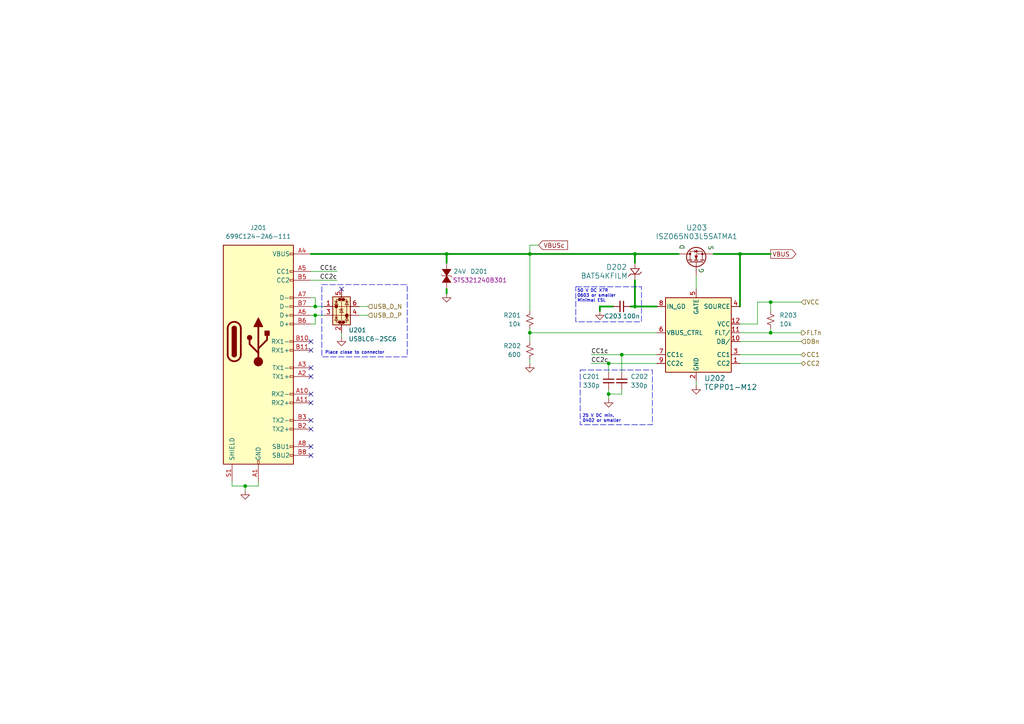
<source format=kicad_sch>
(kicad_sch (version 20250114) (generator "eeschema") (generator_version "9.0")
  (paper "A4")
  (lib_symbols
    (symbol "BAT54KFILM:BAT54KFILM" (pin_numbers (hide yes)) (pin_names (offset 0.254) (hide yes))
      (property "Reference" "D" (at 12.7 7.62 0))
      (property "Value" "BAT54KFILM" (at 4.064 7.62 0))
      (symbol "BAT54KFILM_0_1"
        (polyline (pts (xy 1.1194 1.8962) (xy 1.7544 1.2612)) (stroke (width 0.2032)))
        (polyline (pts (xy 1.27 0) (xy 1.8477 0)))
        (polyline (pts (xy 1.7544 1.2612) (xy 1.7544 -1.2788)) (stroke (width 0.2032)))
        (polyline (pts (xy 1.7544 -0.0088) (xy 3.3117 -1.2732)) (stroke (width 0.2032)))
        (polyline (pts (xy 1.7544 -1.2788) (xy 2.3894 -1.9138)) (stroke (width 0.2032)))
        (polyline (pts (xy 3.3117 1.2269) (xy 1.7544 -0.0088)) (stroke (width 0.2032)))
        (polyline (pts (xy 3.3548 -1.3019) (xy 3.3548 1.2381)) (stroke (width 0.2032)))
        (polyline (pts (xy 3.81 0) (xy 3.3578 0)))
      )
      (symbol "BAT54KFILM_1_1"
        (pin passive line (at 0 0 0) (length 1.27) (name "") (number "1"))
        (pin passive line (at 5.08 0 180) (length 1.27) (name "") (number "2"))
      )
    )
    (symbol "Connector:USB_C_Receptacle" (pin_names (offset 1.016))
      (property "Reference" "J" (at -10.16 29.21 0))
      (property "Value" "USB_C_Receptacle" (at 10.16 29.21 0))
      (symbol "USB_C_Receptacle_0_0"
        (rectangle (start -0.254 -35.56) (end 0.254 -34.544))
        (rectangle (start 10.16 25.654) (end 9.144 25.146))
        (rectangle (start 10.16 20.574) (end 9.144 20.066))
        (rectangle (start 10.16 18.034) (end 9.144 17.526))
        (rectangle (start 10.16 12.954) (end 9.144 12.446))
        (rectangle (start 10.16 10.414) (end 9.144 9.906))
        (rectangle (start 10.16 7.874) (end 9.144 7.366))
        (rectangle (start 10.16 5.334) (end 9.144 4.826))
        (rectangle (start 10.16 0.254) (end 9.144 -0.254))
        (rectangle (start 10.16 -2.286) (end 9.144 -2.794))
        (rectangle (start 10.16 -7.366) (end 9.144 -7.874))
        (rectangle (start 10.16 -9.906) (end 9.144 -10.414))
        (rectangle (start 10.16 -14.986) (end 9.144 -15.494))
        (rectangle (start 10.16 -17.526) (end 9.144 -18.034))
        (rectangle (start 10.16 -22.606) (end 9.144 -23.114))
        (rectangle (start 10.16 -25.146) (end 9.144 -25.654))
        (rectangle (start 10.16 -30.226) (end 9.144 -30.734))
        (rectangle (start 10.16 -32.766) (end 9.144 -33.274))
      )
      (symbol "USB_C_Receptacle_0_1"
        (rectangle (start -10.16 27.94) (end 10.16 -35.56) (stroke (width 0.254)) (fill (type background)))
        (polyline (pts (xy -8.89 -3.81) (xy -8.89 3.81)) (stroke (width 0.508)))
        (rectangle (start -7.62 -3.81) (end -6.35 3.81) (stroke (width 0.254)) (fill (type outline)))
        (arc (start -7.62 3.81) (mid -6.985 4.4423) (end -6.35 3.81) (stroke (width 0.254)))
        (arc (start -7.62 3.81) (mid -6.985 4.4423) (end -6.35 3.81) (stroke (width 0.254)) (fill (type outline)))
        (arc (start -8.89 3.81) (mid -6.985 5.7067) (end -5.08 3.81) (stroke (width 0.508)))
        (arc (start -5.08 -3.81) (mid -6.985 -5.7067) (end -8.89 -3.81) (stroke (width 0.508)))
        (arc (start -6.35 -3.81) (mid -6.985 -4.4423) (end -7.62 -3.81) (stroke (width 0.254)))
        (arc (start -6.35 -3.81) (mid -6.985 -4.4423) (end -7.62 -3.81) (stroke (width 0.254)) (fill (type outline)))
        (polyline (pts (xy -5.08 3.81) (xy -5.08 -3.81)) (stroke (width 0.508)))
      )
      (symbol "USB_C_Receptacle_1_1"
        (circle (center -2.54 1.143) (radius 0.635) (stroke (width 0.254)) (fill (type outline)))
        (polyline (pts (xy -1.27 4.318) (xy 0 6.858) (xy 1.27 4.318) (xy -1.27 4.318)) (stroke (width 0.254)) (fill (type outline)))
        (polyline (pts (xy 0 -2.032) (xy 2.54 0.508) (xy 2.54 1.778)) (stroke (width 0.508)))
        (polyline (pts (xy 0 -3.302) (xy -2.54 -0.762) (xy -2.54 0.508)) (stroke (width 0.508)))
        (polyline (pts (xy 0 -5.842) (xy 0 4.318)) (stroke (width 0.508)))
        (circle (center 0 -5.842) (radius 1.27) (fill (type outline)))
        (rectangle (start 1.905 1.778) (end 3.175 3.048) (stroke (width 0.254)) (fill (type outline)))
        (pin passive line (at -7.62 -40.64 90) (length 5.08) (name "SHIELD") (number "S1"))
        (pin passive line (at 0 -40.64 90) (length 5.08) (name "GND") (number "A1"))
        (pin passive line (at 0 -40.64 90) (length 5.08) (hide yes) (name "GND") (number "A12"))
        (pin passive line (at 0 -40.64 90) (length 5.08) (hide yes) (name "GND") (number "B1"))
        (pin passive line (at 0 -40.64 90) (length 5.08) (hide yes) (name "GND") (number "B12"))
        (pin passive line (at 15.24 25.4 180) (length 5.08) (name "VBUS") (number "A4"))
        (pin passive line (at 15.24 25.4 180) (length 5.08) (hide yes) (name "VBUS") (number "A9"))
        (pin passive line (at 15.24 25.4 180) (length 5.08) (hide yes) (name "VBUS") (number "B4"))
        (pin passive line (at 15.24 25.4 180) (length 5.08) (hide yes) (name "VBUS") (number "B9"))
        (pin bidirectional line (at 15.24 20.32 180) (length 5.08) (name "CC1") (number "A5"))
        (pin bidirectional line (at 15.24 17.78 180) (length 5.08) (name "CC2") (number "B5"))
        (pin bidirectional line (at 15.24 12.7 180) (length 5.08) (name "D-") (number "A7"))
        (pin bidirectional line (at 15.24 10.16 180) (length 5.08) (name "D-") (number "B7"))
        (pin bidirectional line (at 15.24 7.62 180) (length 5.08) (name "D+") (number "A6"))
        (pin bidirectional line (at 15.24 5.08 180) (length 5.08) (name "D+") (number "B6"))
        (pin bidirectional line (at 15.24 0 180) (length 5.08) (name "RX1-") (number "B10"))
        (pin bidirectional line (at 15.24 -2.54 180) (length 5.08) (name "RX1+") (number "B11"))
        (pin bidirectional line (at 15.24 -7.62 180) (length 5.08) (name "TX1-") (number "A3"))
        (pin bidirectional line (at 15.24 -10.16 180) (length 5.08) (name "TX1+") (number "A2"))
        (pin bidirectional line (at 15.24 -15.24 180) (length 5.08) (name "RX2-") (number "A10"))
        (pin bidirectional line (at 15.24 -17.78 180) (length 5.08) (name "RX2+") (number "A11"))
        (pin bidirectional line (at 15.24 -22.86 180) (length 5.08) (name "TX2-") (number "B3"))
        (pin bidirectional line (at 15.24 -25.4 180) (length 5.08) (name "TX2+") (number "B2"))
        (pin bidirectional line (at 15.24 -30.48 180) (length 5.08) (name "SBU1") (number "A8"))
        (pin bidirectional line (at 15.24 -33.02 180) (length 5.08) (name "SBU2") (number "B8"))
      )
    )
    (symbol "Device:C_Small" (pin_numbers (hide yes)) (pin_names (offset 0.254) (hide yes))
      (property "Reference" "C" (at 0.254 1.778 0))
      (property "Value" "C_Small" (at 0.254 -2.032 0))
      (symbol "C_Small_0_1"
        (polyline (pts (xy -1.524 0.508) (xy 1.524 0.508)) (stroke (width 0.3048)))
        (polyline (pts (xy -1.524 -0.508) (xy 1.524 -0.508)) (stroke (width 0.3302)))
      )
      (symbol "C_Small_1_1"
        (pin passive line (at 0 2.54 270) (length 2.032) (name "~") (number "1"))
        (pin passive line (at 0 -2.54 90) (length 2.032) (name "~") (number "2"))
      )
    )
    (symbol "Device:R_Small_US" (pin_numbers (hide yes)) (pin_names (offset 0.254) (hide yes))
      (property "Reference" "R" (at 0.762 0.508 0))
      (property "Value" "R_Small_US" (at 0.762 -1.016 0))
      (symbol "R_Small_US_1_1"
        (polyline (pts (xy 0 1.524) (xy 1.016 1.143) (xy 0 0.762) (xy -1.016 0.381) (xy 0 0)))
        (polyline (pts (xy 0 0) (xy 1.016 -0.381) (xy 0 -0.762) (xy -1.016 -1.143) (xy 0 -1.524)))
        (pin passive line (at 0 2.54 270) (length 1.016) (name "~") (number "1"))
        (pin passive line (at 0 -2.54 90) (length 1.016) (name "~") (number "2"))
      )
    )
    (symbol "ISZ065N03L5SATMA1:ISZ065N03L5SATMA1" (pin_numbers (hide yes)) (pin_names (offset 0.254) (hide yes))
      (property "Reference" "U" (at 21.082 2.794 0))
      (property "Value" "ISZ065N03L5SATMA1" (at 21.082 0.254 0))
      (symbol "ISZ065N03L5SATMA1_0_1"
        (polyline (pts (xy 4.064 1.905) (xy 4.064 -1.905)) (stroke (width 0.254)))
        (polyline (pts (xy 4.064 0) (xy 1.27 0)))
        (polyline (pts (xy 4.572 2.286) (xy 4.572 1.27)) (stroke (width 0.254)))
        (polyline (pts (xy 4.572 0.508) (xy 4.572 -0.508)) (stroke (width 0.254)))
        (polyline (pts (xy 4.572 -1.27) (xy 4.572 -2.286)) (stroke (width 0.254)))
        (polyline (pts (xy 4.572 -1.778) (xy 7.112 -1.778) (xy 7.112 1.778) (xy 4.572 1.778)))
        (polyline (pts (xy 4.826 0) (xy 5.842 0.381) (xy 5.842 -0.381) (xy 4.826 0)) (fill (type outline)))
        (circle (center 5.461 0) (radius 2.794) (stroke (width 0.254)))
        (polyline (pts (xy 6.35 2.54) (xy 6.35 1.778)))
        (circle (center 6.35 1.778) (radius 0.254) (fill (type outline)))
        (circle (center 6.35 -1.778) (radius 0.254) (fill (type outline)))
        (polyline (pts (xy 6.35 -2.54) (xy 6.35 0) (xy 4.572 0)))
        (polyline (pts (xy 7.112 0.381) (xy 6.731 -0.254) (xy 7.493 -0.254) (xy 7.112 0.381)) (fill (type outline)))
      )
      (symbol "ISZ065N03L5SATMA1_1_1"
        (polyline (pts (xy 6.7149 0.4191) (xy 7.5194 0.4191)))
        (text "G" (at 1.524 -1.524 0) (effects (font (size 1.27 1.27))))
        (text "S" (at 8.128 -4.318 0) (effects (font (size 1.27 1.27))))
        (text "D" (at 8.382 4.064 0) (effects (font (size 1.27 1.27))))
        (pin passive line (at 0 0 0) (length 2.54) (name "") (number "4"))
        (pin passive line (at 6.35 5.08 270) (length 2.54) (name "D") (number "5"))
        (pin passive line (at 6.35 5.08 270) (length 2.54) (hide yes) (name "D") (number "6"))
        (pin passive line (at 6.35 5.08 270) (length 2.54) (hide yes) (name "D") (number "7"))
        (pin passive line (at 6.35 5.08 270) (length 2.54) (hide yes) (name "D") (number "8"))
        (pin passive line (at 6.35 -5.08 90) (length 2.54) (name "") (number "1"))
        (pin passive line (at 6.35 -5.08 90) (length 2.54) (hide yes) (name "") (number "2"))
        (pin passive line (at 6.35 -5.08 90) (length 2.54) (hide yes) (name "") (number "3"))
      )
    )
    (symbol "Power_Protection:USBLC6-2SC6" (pin_names (hide yes))
      (property "Reference" "U" (at 0.635 5.715 0))
      (property "Value" "USBLC6-2SC6" (at 0.635 3.81 0))
      (symbol "USBLC6-2SC6_0_0"
        (circle (center -1.524 0) (radius 0.0001) (stroke (width 0.508)))
        (circle (center -0.508 2.032) (radius 0.0001) (stroke (width 0.508)))
        (circle (center -0.508 -4.572) (radius 0.0001) (stroke (width 0.508)))
        (circle (center 0.508 2.032) (radius 0.0001) (stroke (width 0.508)))
        (circle (center 0.508 -4.572) (radius 0.0001) (stroke (width 0.508)))
        (circle (center 1.524 -2.54) (radius 0.0001) (stroke (width 0.508)))
      )
      (symbol "USBLC6-2SC6_0_1"
        (polyline (pts (xy -2.54 0) (xy 2.54 0)))
        (polyline (pts (xy -2.54 -2.54) (xy 2.54 -2.54)))
        (polyline (pts (xy -2.032 0.508) (xy -1.016 0.508) (xy -1.524 1.524) (xy -2.032 0.508)))
        (polyline (pts (xy -2.032 -3.048) (xy -1.016 -3.048)))
        (polyline (pts (xy -1.016 1.524) (xy -2.032 1.524)))
        (polyline (pts (xy -1.016 -4.064) (xy -2.032 -4.064) (xy -1.524 -3.048) (xy -1.016 -4.064)))
        (polyline (pts (xy -0.508 -1.143) (xy -0.508 -0.762) (xy 0.508 -0.762)))
        (polyline (pts (xy 0 2.54) (xy -0.508 2.032) (xy 0.508 2.032) (xy 0 1.524) (xy 0 -4.064) (xy -0.508 -4.572) (xy 0.508 -4.572) (xy 0 -5.08)))
        (polyline (pts (xy 0.508 -1.778) (xy -0.508 -1.778) (xy 0 -0.762) (xy 0.508 -1.778)))
        (polyline (pts (xy 1.016 1.524) (xy 2.032 1.524)))
        (polyline (pts (xy 1.016 -3.048) (xy 2.032 -3.048)))
        (polyline (pts (xy 2.032 0.508) (xy 1.016 0.508) (xy 1.524 1.524) (xy 2.032 0.508)))
        (polyline (pts (xy 2.032 -4.064) (xy 1.016 -4.064) (xy 1.524 -3.048) (xy 2.032 -4.064)))
      )
      (symbol "USBLC6-2SC6_1_1"
        (rectangle (start -2.54 2.794) (end 2.54 -5.334) (stroke (width 0.254)) (fill (type background)))
        (polyline (pts (xy -0.508 2.032) (xy -1.524 2.032) (xy -1.524 -4.572) (xy -0.508 -4.572)))
        (polyline (pts (xy 0.508 -4.572) (xy 1.524 -4.572) (xy 1.524 2.032) (xy 0.508 2.032)))
        (pin passive line (at -5.08 0 0) (length 2.54) (name "I/O1") (number "1"))
        (pin passive line (at -5.08 -2.54 0) (length 2.54) (name "I/O2") (number "3"))
        (pin passive line (at 0 5.08 270) (length 2.54) (name "VBUS") (number "5"))
        (pin passive line (at 0 -7.62 90) (length 2.54) (name "GND") (number "2"))
        (pin passive line (at 5.08 0 180) (length 2.54) (name "I/O1") (number "6"))
        (pin passive line (at 5.08 -2.54 180) (length 2.54) (name "I/O2") (number "4"))
      )
    )
    (symbol "STS321240B301:STS321240B301" (pin_numbers (hide yes))
      (property "Reference" "D" (at 3.81 4.572 0))
      (property "MPN" "STS321240B301" (at 3.556 2.794 0))
      (symbol "STS321240B301_0_1"
        (polyline (pts (xy 3.81 0) (xy 3.8099 1.1653) (xy 3.4009 1.5649)))
        (polyline (pts (xy 3.81 0) (xy 3.8101 -1.1653) (xy 4.2191 -1.5649)))
        (polyline (pts (xy 3.81 0) (xy 1.905 1.27) (xy 1.905 -1.27) (xy 3.81 0)) (fill (type outline)))
        (polyline (pts (xy 3.81 0) (xy 5.715 1.27) (xy 5.715 -1.27) (xy 3.81 0)) (fill (type outline)))
      )
      (symbol "STS321240B301_1_1"
        (pin passive line (at 0 0 0) (length 1.905) (name "") (number "1"))
        (pin passive line (at 7.62 0 180) (length 1.905) (name "") (number "2"))
      )
    )
    (symbol "TCPP01-M12:TCPP01-M12" (pin_names (offset 0.254))
      (property "Reference" "U" (at 21.336 -20.828 0))
      (property "Value" "TCPP01-M12" (at 21.336 -23.368 0))
      (symbol "TCPP01-M12_1_1"
        (rectangle (start 2.54 2.54) (end 21.59 -19.05) (stroke (width 0.254)) (fill (type background)))
        (pin power_out line (at 0 0 0) (length 2.54) (name "IN_GD") (number "8"))
        (pin input line (at 0 -7.62 0) (length 2.54) (name "VBUS_CTRL") (number "6"))
        (pin bidirectional line (at 0 -13.97 0) (length 2.54) (name "CC1c") (number "7"))
        (pin bidirectional line (at 0 -16.51 0) (length 2.54) (name "CC2c") (number "9"))
        (pin output line (at 11.43 5.08 270) (length 2.54) (name "GATE") (number "5"))
        (pin power_out line (at 11.43 -21.59 90) (length 2.54) (hide yes) (name "GND") (number "13"))
        (pin power_out line (at 11.43 -21.59 90) (length 2.54) (name "GND") (number "2"))
        (pin unspecified line (at 24.13 0 180) (length 2.54) (name "SOURCE") (number "4"))
        (pin input line (at 24.13 -5.08 180) (length 2.54) (name "VCC") (number "12"))
        (pin output line (at 24.13 -7.62 180) (length 2.54) (name "FLT/") (number "11"))
        (pin input line (at 24.13 -10.16 180) (length 2.54) (name "DB/") (number "10"))
        (pin bidirectional line (at 24.13 -13.97 180) (length 2.54) (name "CC1") (number "3"))
        (pin bidirectional line (at 24.13 -16.51 180) (length 2.54) (name "CC2") (number "1"))
      )
    )
    (symbol "power:GND" (power) (pin_numbers (hide yes)) (pin_names (offset 0) (hide yes))
      (property "Value" "GND" (at 0 -3.81 0))
      (symbol "GND_0_1"
        (polyline (pts (xy 0 0) (xy 0 -1.27) (xy 1.27 -1.27) (xy 0 -2.54) (xy -1.27 -1.27) (xy 0 -1.27)))
      )
      (symbol "GND_1_1"
        (pin power_in line (at 0 0 270) (length 0) (name "~") (number "1"))
      )
    )
  )
  (rectangle (start 168.275 107.315) (end 189.23 123.19) (stroke (width 0) (type dash)))
  (rectangle (start 167.005 83.185) (end 186.055 93.345) (stroke (width 0) (type dash)))
  (rectangle (start 93.345 82.55) (end 118.11 103.505) (stroke (width 0) (type dash)))
  (text "50 V DC X7R\n0603 or smaller\nMinimal ESL" (at 167.386 85.852 0) (effects (font (size 0.889 0.889)) (justify left)))
  (text "Place close to connector" (at 94.234 102.362 0) (effects (font (size 0.889 0.889)) (justify left)))
  (text "25 V DC min.\n0402 or smaller" (at 168.91 121.412 0) (effects (font (size 0.889 0.889)) (justify left)))
  (junction (at 91.44 91.44))
  (junction (at 223.52 96.52))
  (junction (at 176.53 105.41))
  (junction (at 153.67 96.52))
  (junction (at 153.67 73.66))
  (junction (at 184.15 88.9))
  (junction (at 180.34 102.87))
  (junction (at 91.44 88.9))
  (junction (at 129.54 73.66))
  (junction (at 223.52 87.63))
  (junction (at 184.15 73.66))
  (junction (at 176.53 114.3))
  (junction (at 71.12 140.97))
  (junction (at 214.63 73.66))
  (no_connect (at 90.17 124.46))
  (no_connect (at 90.17 101.6))
  (no_connect (at 90.17 132.08))
  (no_connect (at 90.17 99.06))
  (no_connect (at 99.06 83.82))
  (no_connect (at 90.17 121.92))
  (no_connect (at 90.17 129.54))
  (no_connect (at 90.17 114.3))
  (no_connect (at 90.17 106.68))
  (no_connect (at 90.17 109.22))
  (no_connect (at 90.17 116.84))
  (wire (pts (xy 214.63 105.41) (xy 232.41 105.41)))
  (wire (pts (xy 173.99 88.9) (xy 177.8 88.9)) (stroke (width 0.508)))
  (wire (pts (xy 153.67 95.25) (xy 153.67 96.52)))
  (wire (pts (xy 201.93 110.49) (xy 201.93 111.76)))
  (wire (pts (xy 71.12 140.97) (xy 71.12 142.24)))
  (wire (pts (xy 99.06 96.52) (xy 99.06 97.79)))
  (wire (pts (xy 104.14 91.44) (xy 106.68 91.44)))
  (wire (pts (xy 184.15 81.28) (xy 184.15 88.9)) (stroke (width 0.508)))
  (wire (pts (xy 74.93 139.7) (xy 74.93 140.97)))
  (wire (pts (xy 182.88 88.9) (xy 184.15 88.9)) (stroke (width 0.508)))
  (wire (pts (xy 90.17 78.74) (xy 97.79 78.74)))
  (wire (pts (xy 90.17 91.44) (xy 91.44 91.44)))
  (wire (pts (xy 153.67 73.66) (xy 153.67 90.17)))
  (wire (pts (xy 153.67 71.12) (xy 156.21 71.12)))
  (wire (pts (xy 90.17 81.28) (xy 97.79 81.28)))
  (wire (pts (xy 91.44 88.9) (xy 93.98 88.9)))
  (wire (pts (xy 223.52 87.63) (xy 223.52 90.17)))
  (wire (pts (xy 71.12 140.97) (xy 67.31 140.97)))
  (wire (pts (xy 91.44 91.44) (xy 93.98 91.44)))
  (wire (pts (xy 214.63 96.52) (xy 223.52 96.52)))
  (wire (pts (xy 90.17 73.66) (xy 129.54 73.66)) (stroke (width 0.508)))
  (wire (pts (xy 153.67 104.14) (xy 153.67 105.41)))
  (wire (pts (xy 180.34 102.87) (xy 180.34 107.95)))
  (wire (pts (xy 176.53 105.41) (xy 190.5 105.41)))
  (wire (pts (xy 232.41 87.63) (xy 223.52 87.63)))
  (wire (pts (xy 129.54 83.82) (xy 129.54 85.09)) (stroke (width 0.508)))
  (wire (pts (xy 153.67 96.52) (xy 153.67 99.06)))
  (wire (pts (xy 214.63 73.66) (xy 223.52 73.66)) (stroke (width 0.508)))
  (wire (pts (xy 129.54 73.66) (xy 153.67 73.66)) (stroke (width 0.508)))
  (wire (pts (xy 223.52 87.63) (xy 219.71 87.63)))
  (wire (pts (xy 180.34 113.03) (xy 180.34 114.3)))
  (wire (pts (xy 67.31 140.97) (xy 67.31 139.7)))
  (wire (pts (xy 153.67 96.52) (xy 190.5 96.52)))
  (wire (pts (xy 176.53 113.03) (xy 176.53 114.3)))
  (wire (pts (xy 214.63 99.06) (xy 232.41 99.06)))
  (wire (pts (xy 171.45 105.41) (xy 176.53 105.41)))
  (wire (pts (xy 176.53 105.41) (xy 176.53 107.95)))
  (wire (pts (xy 173.99 90.17) (xy 173.99 88.9)) (stroke (width 0.508)))
  (wire (pts (xy 184.15 73.66) (xy 184.15 76.2)) (stroke (width 0.508)))
  (wire (pts (xy 91.44 86.36) (xy 91.44 88.9)))
  (wire (pts (xy 214.63 88.9) (xy 214.63 73.66)) (stroke (width 0.508)))
  (wire (pts (xy 214.63 102.87) (xy 232.41 102.87)))
  (wire (pts (xy 171.45 102.87) (xy 180.34 102.87)))
  (wire (pts (xy 223.52 96.52) (xy 232.41 96.52)))
  (wire (pts (xy 91.44 93.98) (xy 90.17 93.98)))
  (wire (pts (xy 153.67 73.66) (xy 184.15 73.66)) (stroke (width 0.508)))
  (wire (pts (xy 91.44 91.44) (xy 91.44 93.98)))
  (wire (pts (xy 207.01 73.66) (xy 214.63 73.66)) (stroke (width 0.508)))
  (wire (pts (xy 219.71 93.98) (xy 214.63 93.98)))
  (wire (pts (xy 180.34 102.87) (xy 190.5 102.87)))
  (wire (pts (xy 184.15 88.9) (xy 190.5 88.9)) (stroke (width 0.508)))
  (wire (pts (xy 153.67 71.12) (xy 153.67 73.66)))
  (wire (pts (xy 184.15 73.66) (xy 196.85 73.66)) (stroke (width 0.508)))
  (wire (pts (xy 74.93 140.97) (xy 71.12 140.97)))
  (wire (pts (xy 201.93 80.01) (xy 201.93 83.82)))
  (wire (pts (xy 219.71 87.63) (xy 219.71 93.98)))
  (wire (pts (xy 90.17 88.9) (xy 91.44 88.9)))
  (wire (pts (xy 176.53 114.3) (xy 180.34 114.3)))
  (wire (pts (xy 223.52 95.25) (xy 223.52 96.52)))
  (wire (pts (xy 90.17 86.36) (xy 91.44 86.36)))
  (wire (pts (xy 104.14 88.9) (xy 106.68 88.9)))
  (wire (pts (xy 176.53 114.3) (xy 176.53 115.57)))
  (wire (pts (xy 129.54 73.66) (xy 129.54 76.2)) (stroke (width 0.508)))
  (label "CC2c" (at 97.79 81.28 180))
  (label "CC1c" (at 171.45 102.87 0))
  (label "CC2c" (at 171.45 105.41 0))
  (label "CC1c" (at 97.79 78.74 180))
  (global_label "VBUSc" (shape input) (at 156.21 71.12 0) (property "Intersheetrefs" "${INTERSHEET_REFS}" (effects (hide yes))))
  (global_label "VBUS" (shape output) (at 223.52 73.66 0) (property "Intersheetrefs" "${INTERSHEET_REFS}" (effects (hide yes))))
  (hierarchical_label "USB_D_P" (shape input) (at 106.68 91.44 0))
  (hierarchical_label "DBn" (shape input) (at 232.41 99.06 0))
  (hierarchical_label "VCC" (shape input) (at 232.41 87.63 0))
  (hierarchical_label "FLTn" (shape output) (at 232.41 96.52 0))
  (hierarchical_label "CC2" (shape bidirectional) (at 232.41 105.41 0))
  (hierarchical_label "CC1" (shape bidirectional) (at 232.41 102.87 0))
  (hierarchical_label "USB_D_N" (shape input) (at 106.68 88.9 0))
  (symbol (lib_id "Power_Protection:USBLC6-2SC6") (at 99.06 88.9 0) (unit 1)
    (property "Reference" "U201" (at 101.092 95.758 0) (effects (justify left)))
    (property "Value" "USBLC6-2SC6" (at 101.092 98.298 0) (effects (justify left)))
    (property "Footprint" "Package_TO_SOT_SMD:SOT-23-6" (effects (hide yes)))
    (property "Datasheet" "https://www.st.com/resource/en/datasheet/usblc6-2.pdf" (effects (hide yes)))
    (property "Description" "Very low capacitance ESD protection diode, 2 data-line, SOT-23-6" (effects (hide yes)))
  )
  (symbol (lib_id "STS321240B301:STS321240B301") (at 129.54 83.82 270) (mirror x) (unit 1)
    (property "Reference" "D201" (at 136.398 78.74 90) (effects (justify left)))
    (property "Value" "24V" (at 133.35 78.74 90))
    (property "Footprint" "STS321240B301:STS321240B301" (effects (hide yes)))
    (property "Datasheet" "https://www.eaton.com/content/dam/eaton/products/electronic-components/resources/data-sheet/eaton-sts321xxxbxx1-tvs-diode-esd-suppressor-data-sheet.pdf" (effects (hide yes)))
    (property "MPN" "STS321240B301" (at 131.318 81.28 90) (effects (justify left)))
  )
  (symbol (lib_id "power:GND") (at 129.54 85.09 0) (unit 1)
    (property "Reference" "#PWR0203" (effects (hide yes)))
    (property "Value" "GND" (effects (hide yes)))
    (property "Description" "Power symbol creates a global label with name \"GND\" , ground" (effects (hide yes)))
  )
  (symbol (lib_id "power:GND") (at 153.67 105.41 0) (unit 1)
    (property "Reference" "#PWR0204" (effects (hide yes)))
    (property "Value" "GND" (effects (hide yes)))
    (property "Description" "Power symbol creates a global label with name \"GND\" , ground" (effects (hide yes)))
  )
  (symbol (lib_id "Device:C_Small") (at 180.34 88.9 270) (mirror x) (unit 1)
    (property "Reference" "C203" (at 177.8 91.694 90))
    (property "Value" "100n" (at 183.134 91.694 90))
    (property "Description" "Unpolarized capacitor, small symbol" (effects (hide yes)))
  )
  (symbol (lib_id "power:GND") (at 99.06 97.79 0) (unit 1)
    (property "Reference" "#PWR0202" (effects (hide yes)))
    (property "Value" "GND" (effects (hide yes)))
    (property "Description" "Power symbol creates a global label with name \"GND\" , ground" (effects (hide yes)))
  )
  (symbol (lib_id "TCPP01-M12:TCPP01-M12") (at 190.5 88.9 0) (unit 1)
    (property "Reference" "U202" (at 204.216 109.728 0) (effects (font (size 1.524 1.524)) (justify left)))
    (property "Value" "TCPP01-M12" (at 204.216 112.268 0) (effects (font (size 1.524 1.524)) (justify left)))
    (property "Footprint" "QFN12_TCPP01-M12_STM" (effects (hide yes)))
    (property "Datasheet" "TCPP01-M12" (effects (hide yes)))
  )
  (symbol (lib_id "ISZ065N03L5SATMA1:ISZ065N03L5SATMA1") (at 201.93 80.01 90) (unit 1)
    (property "Reference" "U203" (at 202.057 66.04 90) (effects (font (size 1.524 1.524))))
    (property "Value" "ISZ065N03L5SATMA1" (at 202.057 68.58 90) (effects (font (size 1.524 1.524))))
    (property "Footprint" "PG-TSDSON-8-25" (effects (hide yes)))
    (property "Datasheet" "ISZ065N03L5SATMA1" (effects (hide yes)))
  )
  (symbol (lib_id "power:GND") (at 71.12 142.24 0) (unit 1)
    (property "Reference" "#PWR0201" (effects (hide yes)))
    (property "Value" "GND" (effects (hide yes)))
    (property "Description" "Power symbol creates a global label with name \"GND\" , ground" (effects (hide yes)))
  )
  (symbol (lib_id "Device:C_Small") (at 176.53 110.49 0) (unit 1)
    (property "Reference" "C201" (at 173.99 109.2262 0) (effects (justify right)))
    (property "Value" "330p" (at 173.99 111.7662 0) (effects (justify right)))
    (property "Description" "Unpolarized capacitor, small symbol" (effects (hide yes)))
  )
  (symbol (lib_id "Device:R_Small_US") (at 153.67 92.71 0) (mirror y) (unit 1)
    (property "Reference" "R201" (at 151.13 91.4399 0) (effects (justify left)))
    (property "Value" "10k" (at 151.13 93.9799 0) (effects (justify left)))
    (property "Description" "Resistor, small US symbol" (effects (hide yes)))
  )
  (symbol (lib_id "Connector:USB_C_Receptacle") (at 74.93 99.06 0) (unit 1)
    (property "Reference" "J201" (at 74.93 66.04 0))
    (property "Value" "699C124-2A6-111" (at 74.93 68.58 0))
    (property "Datasheet" "https://www.usb.org/sites/default/files/documents/usb_type-c.zip" (effects (hide yes)))
    (property "Description" "USB Full-Featured Type-C Receptacle connector" (effects (hide yes)))
  )
  (symbol (lib_id "Device:R_Small_US") (at 223.52 92.71 0) (unit 1)
    (property "Reference" "R203" (at 226.06 91.4399 0) (effects (justify left)))
    (property "Value" "10k" (at 226.06 93.9799 0) (effects (justify left)))
    (property "Description" "Resistor, small US symbol" (effects (hide yes)))
  )
  (symbol (lib_id "BAT54KFILM:BAT54KFILM") (at 184.15 81.28 90) (unit 1)
    (property "Reference" "D202" (at 175.768 77.47 90) (effects (font (size 1.524 1.524)) (justify right)))
    (property "Value" "BAT54KFILM" (at 168.402 80.01 90) (effects (font (size 1.524 1.524)) (justify right)))
    (property "Footprint" "SOD-523_STM" (effects (hide yes)))
    (property "Datasheet" "BAT54KFILM" (effects (hide yes)))
  )
  (symbol (lib_id "power:GND") (at 173.99 90.17 0) (unit 1)
    (property "Reference" "#PWR0205" (effects (hide yes)))
    (property "Value" "GND" (effects (hide yes)))
    (property "Description" "Power symbol creates a global label with name \"GND\" , ground" (effects (hide yes)))
  )
  (symbol (lib_id "power:GND") (at 201.93 111.76 0) (unit 1)
    (property "Reference" "#PWR0207" (effects (hide yes)))
    (property "Value" "GND" (effects (hide yes)))
    (property "Description" "Power symbol creates a global label with name \"GND\" , ground" (effects (hide yes)))
  )
  (symbol (lib_id "Device:C_Small") (at 180.34 110.49 0) (mirror y) (unit 1)
    (property "Reference" "C202" (at 182.88 109.2262 0) (effects (justify right)))
    (property "Value" "330p" (at 182.88 111.7662 0) (effects (justify right)))
    (property "Description" "Unpolarized capacitor, small symbol" (effects (hide yes)))
  )
  (symbol (lib_id "power:GND") (at 176.53 115.57 0) (unit 1)
    (property "Reference" "#PWR0206" (effects (hide yes)))
    (property "Value" "GND" (effects (hide yes)))
    (property "Description" "Power symbol creates a global label with name \"GND\" , ground" (effects (hide yes)))
  )
  (symbol (lib_id "Device:R_Small_US") (at 153.67 101.6 0) (mirror y) (unit 1)
    (property "Reference" "R202" (at 151.13 100.3299 0) (effects (justify left)))
    (property "Value" "600" (at 151.13 102.8699 0) (effects (justify left)))
    (property "Description" "Resistor, small US symbol" (effects (hide yes)))
  )
)
</source>
